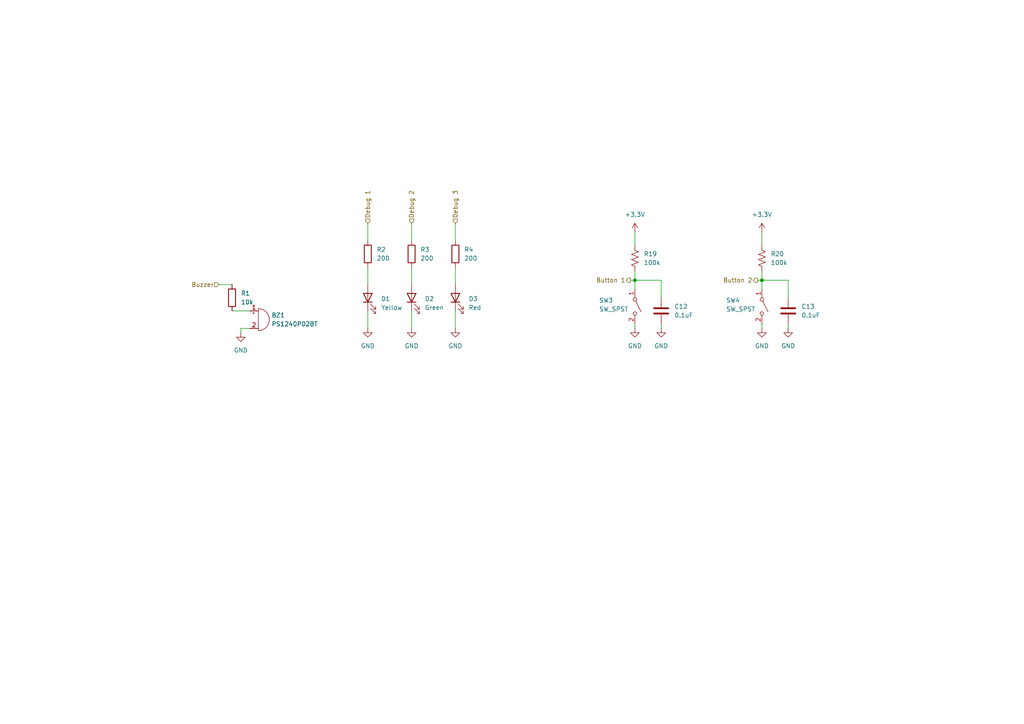
<source format=kicad_sch>
(kicad_sch (version 20231120) (generator "eeschema") (generator_version "8.0")
  (paper "A4")
  (lib_symbols
    (symbol "Device:Buzzer" (pin_names (offset 0.0254) hide)
      (property "Reference" "BZ" (at 3.81 1.27 0))
      (property "Value" "Buzzer" (at 3.81 -1.27 0))
      (symbol "Buzzer_0_1"
        (arc (start 0 -3.175) (mid 3.1612 0) (end 0 3.175))
        (polyline (pts (xy -1.651 1.905) (xy -1.143 1.905)))
        (polyline (pts (xy -1.397 2.159) (xy -1.397 1.651)))
        (polyline (pts (xy 0 3.175) (xy 0 -3.175)))
      )
      (symbol "Buzzer_1_1"
        (pin passive line (at -2.54 2.54 0) (length 2.54) (name "+") (number "1"))
        (pin passive line (at -2.54 -2.54 0) (length 2.54) (name "-") (number "2"))
      )
    )
    (symbol "Device:C" (pin_numbers hide) (pin_names (offset 0.254))
      (property "Reference" "C" (at 0.635 2.54 0))
      (property "Value" "C" (at 0.635 -2.54 0))
      (symbol "C_0_1"
        (polyline (pts (xy -2.032 -0.762) (xy 2.032 -0.762)) (stroke (width 0.508)))
        (polyline (pts (xy -2.032 0.762) (xy 2.032 0.762)) (stroke (width 0.508)))
      )
      (symbol "C_1_1"
        (pin passive line (at 0 3.81 270) (length 2.794) (name "~") (number "1"))
        (pin passive line (at 0 -3.81 90) (length 2.794) (name "~") (number "2"))
      )
    )
    (symbol "Device:LED" (pin_numbers hide) (pin_names (offset 1.016) hide)
      (property "Reference" "D" (at 0 2.54 0))
      (property "Value" "LED" (at 0 -2.54 0))
      (symbol "LED_0_1"
        (polyline (pts (xy -1.27 -1.27) (xy -1.27 1.27)) (stroke (width 0.254)))
        (polyline (pts (xy -1.27 0) (xy 1.27 0)))
        (polyline (pts (xy 1.27 -1.27) (xy 1.27 1.27) (xy -1.27 0) (xy 1.27 -1.27)) (stroke (width 0.254)))
        (polyline (pts (xy -3.048 -0.762) (xy -4.572 -2.286) (xy -3.81 -2.286) (xy -4.572 -2.286) (xy -4.572 -1.524)))
        (polyline (pts (xy -1.778 -0.762) (xy -3.302 -2.286) (xy -2.54 -2.286) (xy -3.302 -2.286) (xy -3.302 -1.524)))
      )
      (symbol "LED_1_1"
        (pin passive line (at -3.81 0 0) (length 2.54) (name "K") (number "1"))
        (pin passive line (at 3.81 0 180) (length 2.54) (name "A") (number "2"))
      )
    )
    (symbol "Device:R" (pin_numbers hide) (pin_names (offset 0))
      (property "Reference" "R" (at 2.032 0 90))
      (property "Value" "R" (at 0 0 90))
      (symbol "R_0_1"
        (rectangle (start -1.016 -2.54) (end 1.016 2.54) (stroke (width 0.254)))
      )
      (symbol "R_1_1"
        (pin passive line (at 0 3.81 270) (length 1.27) (name "~") (number "1"))
        (pin passive line (at 0 -3.81 90) (length 1.27) (name "~") (number "2"))
      )
    )
    (symbol "Device:R_US" (pin_numbers hide) (pin_names (offset 0))
      (property "Reference" "R" (at 2.54 0 90))
      (property "Value" "R_US" (at -2.54 0 90))
      (symbol "R_US_0_1"
        (polyline (pts (xy 0 -2.286) (xy 0 -2.54)))
        (polyline (pts (xy 0 2.286) (xy 0 2.54)))
        (polyline (pts (xy 0 -0.762) (xy 1.016 -1.143) (xy 0 -1.524) (xy -1.016 -1.905) (xy 0 -2.286)))
        (polyline (pts (xy 0 0.762) (xy 1.016 0.381) (xy 0 0) (xy -1.016 -0.381) (xy 0 -0.762)))
        (polyline (pts (xy 0 2.286) (xy 1.016 1.905) (xy 0 1.524) (xy -1.016 1.143) (xy 0 0.762)))
      )
      (symbol "R_US_1_1"
        (pin passive line (at 0 3.81 270) (length 1.27) (name "~") (number "1"))
        (pin passive line (at 0 -3.81 90) (length 1.27) (name "~") (number "2"))
      )
    )
    (symbol "Switch:SW_SPST" (pin_names (offset 0) hide)
      (property "Reference" "SW" (at 0 3.175 0))
      (property "Value" "SW_SPST" (at 0 -2.54 0))
      (symbol "SW_SPST_0_0"
        (circle (center -2.032 0) (radius 0.508))
        (polyline (pts (xy -1.524 0.254) (xy 1.524 1.778)))
        (circle (center 2.032 0) (radius 0.508))
      )
      (symbol "SW_SPST_1_1"
        (pin passive line (at -5.08 0 0) (length 2.54) (name "A") (number "1"))
        (pin passive line (at 5.08 0 180) (length 2.54) (name "B") (number "2"))
      )
    )
    (symbol "power:+3.3V" (power) (pin_numbers hide) (pin_names (offset 0) hide)
      (property "Value" "+3.3V" (at 0 3.556 0))
      (symbol "+3.3V_0_1"
        (polyline (pts (xy -0.762 1.27) (xy 0 2.54)))
        (polyline (pts (xy 0 0) (xy 0 2.54)))
        (polyline (pts (xy 0 2.54) (xy 0.762 1.27)))
      )
      (symbol "+3.3V_1_1"
        (pin power_in line (at 0 0 90) (length 0) (name "~") (number "1"))
      )
    )
    (symbol "power:GND" (power) (pin_numbers hide) (pin_names (offset 0) hide)
      (property "Value" "GND" (at 0 -3.81 0))
      (symbol "GND_0_1"
        (polyline (pts (xy 0 0) (xy 0 -1.27) (xy 1.27 -1.27) (xy 0 -2.54) (xy -1.27 -1.27) (xy 0 -1.27)))
      )
      (symbol "GND_1_1"
        (pin power_in line (at 0 0 270) (length 0) (name "~") (number "1"))
      )
    )
  )
  (junction (at 220.98 81.28))
  (junction (at 184.15 81.28))
  (wire (pts (xy 219.71 81.28) (xy 220.98 81.28)))
  (wire (pts (xy 220.98 78.74) (xy 220.98 81.28)))
  (wire (pts (xy 184.15 81.28) (xy 191.77 81.28)))
  (wire (pts (xy 63.5 82.55) (xy 67.31 82.55)))
  (wire (pts (xy 106.68 90.17) (xy 106.68 95.25)))
  (wire (pts (xy 184.15 78.74) (xy 184.15 81.28)))
  (wire (pts (xy 184.15 67.31) (xy 184.15 71.12)))
  (wire (pts (xy 132.08 77.47) (xy 132.08 82.55)))
  (wire (pts (xy 191.77 93.98) (xy 191.77 95.25)))
  (wire (pts (xy 119.38 77.47) (xy 119.38 82.55)))
  (wire (pts (xy 220.98 67.31) (xy 220.98 71.12)))
  (wire (pts (xy 67.31 90.17) (xy 72.39 90.17)))
  (wire (pts (xy 72.39 95.25) (xy 69.85 95.25)))
  (wire (pts (xy 228.6 81.28) (xy 228.6 86.36)))
  (wire (pts (xy 132.08 90.17) (xy 132.08 95.25)))
  (wire (pts (xy 184.15 81.28) (xy 184.15 83.82)))
  (wire (pts (xy 106.68 77.47) (xy 106.68 82.55)))
  (wire (pts (xy 132.08 64.77) (xy 132.08 69.85)))
  (wire (pts (xy 119.38 64.77) (xy 119.38 69.85)))
  (wire (pts (xy 228.6 93.98) (xy 228.6 95.25)))
  (wire (pts (xy 184.15 93.98) (xy 184.15 95.25)))
  (wire (pts (xy 69.85 95.25) (xy 69.85 96.52)))
  (wire (pts (xy 191.77 81.28) (xy 191.77 86.36)))
  (wire (pts (xy 220.98 81.28) (xy 220.98 83.82)))
  (wire (pts (xy 182.88 81.28) (xy 184.15 81.28)))
  (wire (pts (xy 220.98 93.98) (xy 220.98 95.25)))
  (wire (pts (xy 106.68 64.77) (xy 106.68 69.85)))
  (wire (pts (xy 220.98 81.28) (xy 228.6 81.28)))
  (wire (pts (xy 119.38 90.17) (xy 119.38 95.25)))
  (hierarchical_label "Buzzer" (shape input) (at 63.5 82.55 180))
  (hierarchical_label "Debug 3" (shape input) (at 132.08 64.77 90))
  (hierarchical_label "Debug 2" (shape input) (at 119.38 64.77 90))
  (hierarchical_label "Button 2" (shape output) (at 219.71 81.28 180))
  (hierarchical_label "Debug 1" (shape input) (at 106.68 64.77 90))
  (hierarchical_label "Button 1" (shape output) (at 182.88 81.28 180))
  (symbol (lib_id "power:GND") (at 106.68 95.25 0) (unit 1)
    (property "Reference" "#PWR02" (effects (hide yes)))
    (property "Value" "GND" (at 106.68 100.33 0))
    (property "Description" "Power symbol creates a global label with name \"GND\" , ground" (effects (hide yes)))
  )
  (symbol (lib_id "Device:Buzzer") (at 74.93 92.71 0) (unit 1)
    (property "Reference" "BZ1" (at 78.74 91.4399 0) (effects (justify left)))
    (property "Value" "PS1240P02BT" (at 78.74 93.9799 0) (effects (justify left)))
    (property "Footprint" "Buzzer_Beeper:Buzzer_TDK_PS1240P02BT_D12.2mm_H6.5mm" (effects (hide yes)))
    (property "Description" "Buzzer, polarized" (effects (hide yes)))
  )
  (symbol (lib_id "Device:R_US") (at 184.15 74.93 0) (unit 1)
    (property "Reference" "R19" (at 186.69 73.6599 0) (effects (justify left)))
    (property "Value" "100k" (at 186.69 76.1999 0) (effects (justify left)))
    (property "Footprint" "Resistor_SMD:R_0805_2012Metric" (effects (hide yes)))
    (property "Description" "Resistor, US symbol" (effects (hide yes)))
  )
  (symbol (lib_id "power:+3.3V") (at 220.98 67.31 0) (unit 1)
    (property "Reference" "#PWR042" (effects (hide yes)))
    (property "Value" "+3.3V" (at 220.98 62.23 0))
    (property "Description" "Power symbol creates a global label with name \"+3.3V\"" (effects (hide yes)))
  )
  (symbol (lib_id "power:GND") (at 220.98 95.25 0) (unit 1)
    (property "Reference" "#PWR043" (effects (hide yes)))
    (property "Value" "GND" (at 220.98 100.33 0))
    (property "Description" "Power symbol creates a global label with name \"GND\" , ground" (effects (hide yes)))
  )
  (symbol (lib_id "power:GND") (at 184.15 95.25 0) (unit 1)
    (property "Reference" "#PWR040" (effects (hide yes)))
    (property "Value" "GND" (at 184.15 100.33 0))
    (property "Description" "Power symbol creates a global label with name \"GND\" , ground" (effects (hide yes)))
  )
  (symbol (lib_id "Device:R_US") (at 220.98 74.93 0) (unit 1)
    (property "Reference" "R20" (at 223.52 73.6599 0) (effects (justify left)))
    (property "Value" "100k" (at 223.52 76.1999 0) (effects (justify left)))
    (property "Footprint" "Resistor_SMD:R_0805_2012Metric" (effects (hide yes)))
    (property "Description" "Resistor, US symbol" (effects (hide yes)))
  )
  (symbol (lib_id "Device:R") (at 132.08 73.66 0) (unit 1)
    (property "Reference" "R4" (at 134.62 72.3899 0) (effects (justify left)))
    (property "Value" "200" (at 134.62 74.9299 0) (effects (justify left)))
    (property "Footprint" "Resistor_SMD:R_0805_2012Metric" (effects (hide yes)))
    (property "Description" "Resistor" (effects (hide yes)))
  )
  (symbol (lib_id "Device:R") (at 67.31 86.36 0) (unit 1)
    (property "Reference" "R1" (at 69.85 85.0899 0) (effects (justify left)))
    (property "Value" "10k" (at 69.85 87.6299 0) (effects (justify left)))
    (property "Footprint" "Resistor_SMD:R_0805_2012Metric" (effects (hide yes)))
    (property "Description" "Resistor" (effects (hide yes)))
  )
  (symbol (lib_id "power:GND") (at 69.85 96.52 0) (unit 1)
    (property "Reference" "#PWR01" (effects (hide yes)))
    (property "Value" "GND" (at 69.85 101.6 0))
    (property "Description" "Power symbol creates a global label with name \"GND\" , ground" (effects (hide yes)))
  )
  (symbol (lib_id "Switch:SW_SPST") (at 184.15 88.9 270) (unit 1)
    (property "Reference" "SW3" (at 173.736 87.122 90) (effects (justify left)))
    (property "Value" "SW_SPST" (at 173.736 89.662 90) (effects (justify left)))
    (property "Footprint" "Button_Switch_SMD:SW_MEC_5GSH9" (effects (hide yes)))
    (property "Description" "Single Pole Single Throw (SPST) switch" (effects (hide yes)))
  )
  (symbol (lib_id "Switch:SW_SPST") (at 220.98 88.9 270) (unit 1)
    (property "Reference" "SW4" (at 210.566 87.122 90) (effects (justify left)))
    (property "Value" "SW_SPST" (at 210.566 89.662 90) (effects (justify left)))
    (property "Footprint" "Button_Switch_SMD:SW_MEC_5GSH9" (effects (hide yes)))
    (property "Description" "Single Pole Single Throw (SPST) switch" (effects (hide yes)))
  )
  (symbol (lib_id "power:GND") (at 132.08 95.25 0) (unit 1)
    (property "Reference" "#PWR04" (effects (hide yes)))
    (property "Value" "GND" (at 132.08 100.33 0))
    (property "Description" "Power symbol creates a global label with name \"GND\" , ground" (effects (hide yes)))
  )
  (symbol (lib_id "power:GND") (at 119.38 95.25 0) (unit 1)
    (property "Reference" "#PWR03" (effects (hide yes)))
    (property "Value" "GND" (at 119.38 100.33 0))
    (property "Description" "Power symbol creates a global label with name \"GND\" , ground" (effects (hide yes)))
  )
  (symbol (lib_id "Device:R") (at 119.38 73.66 0) (unit 1)
    (property "Reference" "R3" (at 121.92 72.3899 0) (effects (justify left)))
    (property "Value" "200" (at 121.92 74.9299 0) (effects (justify left)))
    (property "Footprint" "Resistor_SMD:R_0805_2012Metric" (effects (hide yes)))
    (property "Description" "Resistor" (effects (hide yes)))
  )
  (symbol (lib_id "Device:LED") (at 119.38 86.36 90) (unit 1)
    (property "Reference" "D2" (at 123.19 86.6774 90) (effects (justify right)))
    (property "Value" "Green" (at 123.19 89.2174 90) (effects (justify right)))
    (property "Footprint" "LED_SMD:LED_0805_2012Metric" (effects (hide yes)))
    (property "Description" "Light emitting diode" (effects (hide yes)))
    (property "JLCPCB" "C2297" (effects (hide yes)))
  )
  (symbol (lib_id "Device:LED") (at 106.68 86.36 90) (unit 1)
    (property "Reference" "D1" (at 110.49 86.6774 90) (effects (justify right)))
    (property "Value" "Yellow" (at 110.49 89.2174 90) (effects (justify right)))
    (property "Footprint" "LED_SMD:LED_0805_2012Metric" (effects (hide yes)))
    (property "Description" "Light emitting diode" (effects (hide yes)))
    (property "JLCPCB" "C2296" (effects (hide yes)))
  )
  (symbol (lib_id "power:GND") (at 228.6 95.25 0) (unit 1)
    (property "Reference" "#PWR044" (effects (hide yes)))
    (property "Value" "GND" (at 228.6 100.33 0))
    (property "Description" "Power symbol creates a global label with name \"GND\" , ground" (effects (hide yes)))
  )
  (symbol (lib_id "Device:C") (at 228.6 90.17 0) (unit 1)
    (property "Reference" "C13" (at 232.41 88.8999 0) (effects (justify left)))
    (property "Value" "0.1uF" (at 232.41 91.4399 0) (effects (justify left)))
    (property "Footprint" "Capacitor_SMD:C_0805_2012Metric" (effects (hide yes)))
    (property "Description" "Unpolarized capacitor" (effects (hide yes)))
  )
  (symbol (lib_id "Device:C") (at 191.77 90.17 0) (unit 1)
    (property "Reference" "C12" (at 195.58 88.8999 0) (effects (justify left)))
    (property "Value" "0.1uF" (at 195.58 91.4399 0) (effects (justify left)))
    (property "Footprint" "Capacitor_SMD:C_0805_2012Metric" (effects (hide yes)))
    (property "Description" "Unpolarized capacitor" (effects (hide yes)))
  )
  (symbol (lib_id "Device:LED") (at 132.08 86.36 90) (unit 1)
    (property "Reference" "D3" (at 135.89 86.6774 90) (effects (justify right)))
    (property "Value" "Red" (at 135.89 89.2174 90) (effects (justify right)))
    (property "Footprint" "LED_SMD:LED_0805_2012Metric" (effects (hide yes)))
    (property "Description" "Light emitting diode" (effects (hide yes)))
    (property "JLCPCB" "C84256" (effects (hide yes)))
  )
  (symbol (lib_id "Device:R") (at 106.68 73.66 0) (unit 1)
    (property "Reference" "R2" (at 109.22 72.3899 0) (effects (justify left)))
    (property "Value" "200" (at 109.22 74.9299 0) (effects (justify left)))
    (property "Footprint" "Resistor_SMD:R_0805_2012Metric" (effects (hide yes)))
    (property "Description" "Resistor" (effects (hide yes)))
  )
  (symbol (lib_id "power:GND") (at 191.77 95.25 0) (unit 1)
    (property "Reference" "#PWR041" (effects (hide yes)))
    (property "Value" "GND" (at 191.77 100.33 0))
    (property "Description" "Power symbol creates a global label with name \"GND\" , ground" (effects (hide yes)))
  )
  (symbol (lib_id "power:+3.3V") (at 184.15 67.31 0) (unit 1)
    (property "Reference" "#PWR039" (effects (hide yes)))
    (property "Value" "+3.3V" (at 184.15 62.23 0))
    (property "Description" "Power symbol creates a global label with name \"+3.3V\"" (effects (hide yes)))
  )
)
</source>
